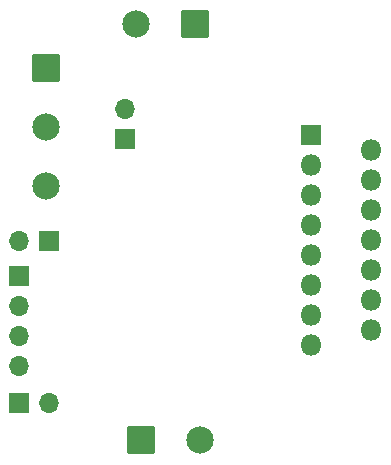
<source format=gbr>
%TF.GenerationSoftware,KiCad,Pcbnew,7.0.7*%
%TF.CreationDate,2024-07-20T22:06:27+09:00*%
%TF.ProjectId,l298n_copy,6c323938-6e5f-4636-9f70-792e6b696361,rev?*%
%TF.SameCoordinates,Original*%
%TF.FileFunction,Soldermask,Bot*%
%TF.FilePolarity,Negative*%
%FSLAX46Y46*%
G04 Gerber Fmt 4.6, Leading zero omitted, Abs format (unit mm)*
G04 Created by KiCad (PCBNEW 7.0.7) date 2024-07-20 22:06:27*
%MOMM*%
%LPD*%
G01*
G04 APERTURE LIST*
G04 Aperture macros list*
%AMRoundRect*
0 Rectangle with rounded corners*
0 $1 Rounding radius*
0 $2 $3 $4 $5 $6 $7 $8 $9 X,Y pos of 4 corners*
0 Add a 4 corners polygon primitive as box body*
4,1,4,$2,$3,$4,$5,$6,$7,$8,$9,$2,$3,0*
0 Add four circle primitives for the rounded corners*
1,1,$1+$1,$2,$3*
1,1,$1+$1,$4,$5*
1,1,$1+$1,$6,$7*
1,1,$1+$1,$8,$9*
0 Add four rect primitives between the rounded corners*
20,1,$1+$1,$2,$3,$4,$5,0*
20,1,$1+$1,$4,$5,$6,$7,0*
20,1,$1+$1,$6,$7,$8,$9,0*
20,1,$1+$1,$8,$9,$2,$3,0*%
G04 Aperture macros list end*
%ADD10RoundRect,0.102000X-1.050000X-1.050000X1.050000X-1.050000X1.050000X1.050000X-1.050000X1.050000X0*%
%ADD11C,2.304000*%
%ADD12O,1.700000X1.700000*%
%ADD13R,1.700000X1.700000*%
%ADD14RoundRect,0.102000X1.050000X1.050000X-1.050000X1.050000X-1.050000X-1.050000X1.050000X-1.050000X0*%
%ADD15RoundRect,0.102000X-1.050000X1.050000X-1.050000X-1.050000X1.050000X-1.050000X1.050000X1.050000X0*%
%ADD16R,1.800000X1.800000*%
%ADD17O,1.800000X1.800000*%
G04 APERTURE END LIST*
D10*
%TO.C,J2*%
X82930000Y-109560000D03*
D11*
X87930000Y-109560000D03*
%TD*%
D12*
%TO.C,J6*%
X72660000Y-92670000D03*
D13*
X75200000Y-92670000D03*
%TD*%
%TO.C,J4*%
X81640000Y-84035000D03*
D12*
X81640000Y-81495000D03*
%TD*%
D14*
%TO.C,J1*%
X87560000Y-74327500D03*
D11*
X82560000Y-74327500D03*
%TD*%
D13*
%TO.C,J7*%
X72660000Y-95610000D03*
D12*
X72660000Y-98150000D03*
X72660000Y-100690000D03*
X72660000Y-103230000D03*
%TD*%
D13*
%TO.C,J5*%
X72660000Y-106410000D03*
D12*
X75200000Y-106410000D03*
%TD*%
D15*
%TO.C,J3*%
X74920000Y-78040000D03*
D11*
X74920000Y-83040000D03*
X74920000Y-88040000D03*
%TD*%
D16*
%TO.C,U1*%
X97390000Y-83710000D03*
D17*
X102470000Y-84980000D03*
X97390000Y-86250000D03*
X102470000Y-87520000D03*
X97390000Y-88790000D03*
X102470000Y-90060000D03*
X97390000Y-91330000D03*
X102470000Y-92600000D03*
X97390000Y-93870000D03*
X102470000Y-95140000D03*
X97390000Y-96410000D03*
X102470000Y-97680000D03*
X97390000Y-98950000D03*
X102470000Y-100220000D03*
X97390000Y-101490000D03*
%TD*%
M02*

</source>
